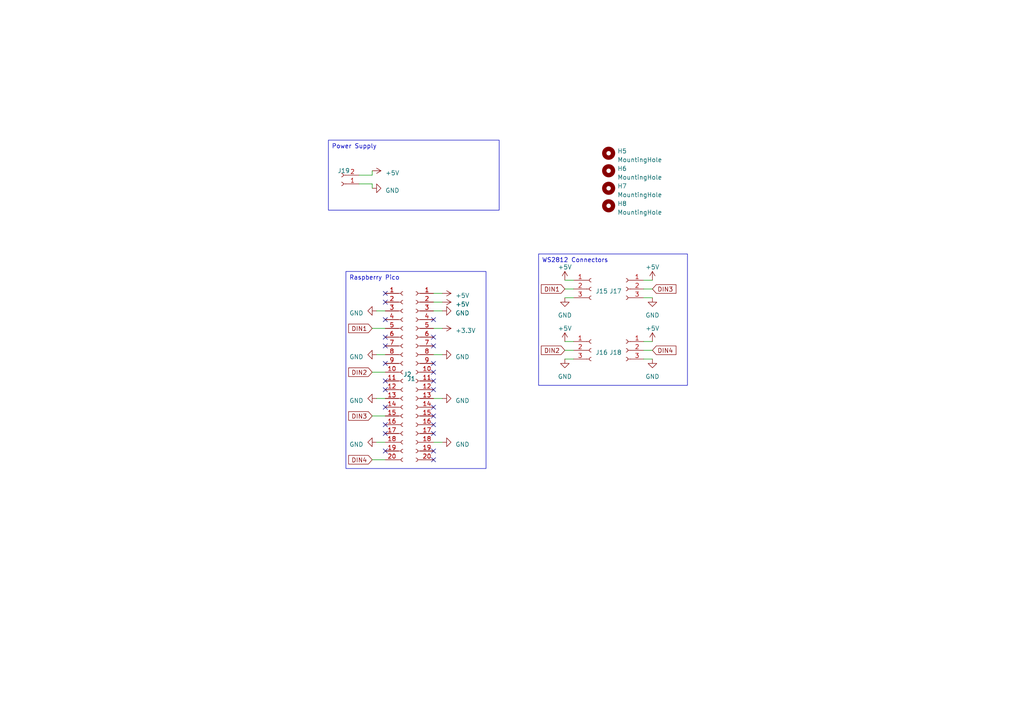
<source format=kicad_sch>
(kicad_sch (version 20230121) (generator eeschema)
  (paper "A4")
  (title_block (title "LEDs Shield") (date "2023-11-06") (rev "0") (company "elif"))
  (lib_symbols
    (symbol "Connector:Conn_01x02_Socket" (pin_names (offset 1.016) hide)
      (property "Reference" "J" (at 0 2.54 0))
      (property "Value" "Conn_01x02_Socket" (at 0 -5.08 0))
      (symbol "Conn_01x02_Socket_1_1"
        (arc (start 0 -2.032) (mid -0.5058 -2.54) (end 0 -3.048) (stroke (width 0.1524)))
        (polyline (pts (xy -1.27 -2.54) (xy -0.508 -2.54)) (stroke (width 0.1524)))
        (polyline (pts (xy -1.27 0) (xy -0.508 0)) (stroke (width 0.1524)))
        (arc (start 0 0.508) (mid -0.5058 0) (end 0 -0.508) (stroke (width 0.1524)))
        (pin passive line (at -5.08 0 0) (length 3.81) (name "Pin_1") (number "1"))
        (pin passive line (at -5.08 -2.54 0) (length 3.81) (name "Pin_2") (number "2"))
      )
    )
    (symbol "Connector:Conn_01x03_Socket" (pin_names (offset 1.016) hide)
      (property "Reference" "J" (at 0 5.08 0))
      (property "Value" "Conn_01x03_Socket" (at 0 -5.08 0))
      (symbol "Conn_01x03_Socket_1_1"
        (arc (start 0 -2.032) (mid -0.5058 -2.54) (end 0 -3.048) (stroke (width 0.1524)))
        (polyline (pts (xy -1.27 -2.54) (xy -0.508 -2.54)) (stroke (width 0.1524)))
        (polyline (pts (xy -1.27 0) (xy -0.508 0)) (stroke (width 0.1524)))
        (polyline (pts (xy -1.27 2.54) (xy -0.508 2.54)) (stroke (width 0.1524)))
        (arc (start 0 0.508) (mid -0.5058 0) (end 0 -0.508) (stroke (width 0.1524)))
        (arc (start 0 3.048) (mid -0.5058 2.54) (end 0 2.032) (stroke (width 0.1524)))
        (pin passive line (at -5.08 2.54 0) (length 3.81) (name "Pin_1") (number "1"))
        (pin passive line (at -5.08 0 0) (length 3.81) (name "Pin_2") (number "2"))
        (pin passive line (at -5.08 -2.54 0) (length 3.81) (name "Pin_3") (number "3"))
      )
    )
    (symbol "Connector:Conn_01x20_Socket" (pin_names (offset 1.016) hide)
      (property "Reference" "J" (at 0 25.4 0))
      (property "Value" "Conn_01x20_Socket" (at 0 -27.94 0))
      (symbol "Conn_01x20_Socket_1_1"
        (arc (start 0 -24.892) (mid -0.5058 -25.4) (end 0 -25.908) (stroke (width 0.1524)))
        (arc (start 0 -22.352) (mid -0.5058 -22.86) (end 0 -23.368) (stroke (width 0.1524)))
        (arc (start 0 -19.812) (mid -0.5058 -20.32) (end 0 -20.828) (stroke (width 0.1524)))
        (arc (start 0 -17.272) (mid -0.5058 -17.78) (end 0 -18.288) (stroke (width 0.1524)))
        (arc (start 0 -14.732) (mid -0.5058 -15.24) (end 0 -15.748) (stroke (width 0.1524)))
        (arc (start 0 -12.192) (mid -0.5058 -12.7) (end 0 -13.208) (stroke (width 0.1524)))
        (arc (start 0 -9.652) (mid -0.5058 -10.16) (end 0 -10.668) (stroke (width 0.1524)))
        (arc (start 0 -7.112) (mid -0.5058 -7.62) (end 0 -8.128) (stroke (width 0.1524)))
        (arc (start 0 -4.572) (mid -0.5058 -5.08) (end 0 -5.588) (stroke (width 0.1524)))
        (arc (start 0 -2.032) (mid -0.5058 -2.54) (end 0 -3.048) (stroke (width 0.1524)))
        (polyline (pts (xy -1.27 -25.4) (xy -0.508 -25.4)) (stroke (width 0.1524)))
        (polyline (pts (xy -1.27 -22.86) (xy -0.508 -22.86)) (stroke (width 0.1524)))
        (polyline (pts (xy -1.27 -20.32) (xy -0.508 -20.32)) (stroke (width 0.1524)))
        (polyline (pts (xy -1.27 -17.78) (xy -0.508 -17.78)) (stroke (width 0.1524)))
        (polyline (pts (xy -1.27 -15.24) (xy -0.508 -15.24)) (stroke (width 0.1524)))
        (polyline (pts (xy -1.27 -12.7) (xy -0.508 -12.7)) (stroke (width 0.1524)))
        (polyline (pts (xy -1.27 -10.16) (xy -0.508 -10.16)) (stroke (width 0.1524)))
        (polyline (pts (xy -1.27 -7.62) (xy -0.508 -7.62)) (stroke (width 0.1524)))
        (polyline (pts (xy -1.27 -5.08) (xy -0.508 -5.08)) (stroke (width 0.1524)))
        (polyline (pts (xy -1.27 -2.54) (xy -0.508 -2.54)) (stroke (width 0.1524)))
        (polyline (pts (xy -1.27 0) (xy -0.508 0)) (stroke (width 0.1524)))
        (polyline (pts (xy -1.27 2.54) (xy -0.508 2.54)) (stroke (width 0.1524)))
        (polyline (pts (xy -1.27 5.08) (xy -0.508 5.08)) (stroke (width 0.1524)))
        (polyline (pts (xy -1.27 7.62) (xy -0.508 7.62)) (stroke (width 0.1524)))
        (polyline (pts (xy -1.27 10.16) (xy -0.508 10.16)) (stroke (width 0.1524)))
        (polyline (pts (xy -1.27 12.7) (xy -0.508 12.7)) (stroke (width 0.1524)))
        (polyline (pts (xy -1.27 15.24) (xy -0.508 15.24)) (stroke (width 0.1524)))
        (polyline (pts (xy -1.27 17.78) (xy -0.508 17.78)) (stroke (width 0.1524)))
        (polyline (pts (xy -1.27 20.32) (xy -0.508 20.32)) (stroke (width 0.1524)))
        (polyline (pts (xy -1.27 22.86) (xy -0.508 22.86)) (stroke (width 0.1524)))
        (arc (start 0 0.508) (mid -0.5058 0) (end 0 -0.508) (stroke (width 0.1524)))
        (arc (start 0 3.048) (mid -0.5058 2.54) (end 0 2.032) (stroke (width 0.1524)))
        (arc (start 0 5.588) (mid -0.5058 5.08) (end 0 4.572) (stroke (width 0.1524)))
        (arc (start 0 8.128) (mid -0.5058 7.62) (end 0 7.112) (stroke (width 0.1524)))
        (arc (start 0 10.668) (mid -0.5058 10.16) (end 0 9.652) (stroke (width 0.1524)))
        (arc (start 0 13.208) (mid -0.5058 12.7) (end 0 12.192) (stroke (width 0.1524)))
        (arc (start 0 15.748) (mid -0.5058 15.24) (end 0 14.732) (stroke (width 0.1524)))
        (arc (start 0 18.288) (mid -0.5058 17.78) (end 0 17.272) (stroke (width 0.1524)))
        (arc (start 0 20.828) (mid -0.5058 20.32) (end 0 19.812) (stroke (width 0.1524)))
        (arc (start 0 23.368) (mid -0.5058 22.86) (end 0 22.352) (stroke (width 0.1524)))
        (pin passive line (at -5.08 22.86 0) (length 3.81) (name "Pin_1") (number "1"))
        (pin passive line (at -5.08 0 0) (length 3.81) (name "Pin_10") (number "10"))
        (pin passive line (at -5.08 -2.54 0) (length 3.81) (name "Pin_11") (number "11"))
        (pin passive line (at -5.08 -5.08 0) (length 3.81) (name "Pin_12") (number "12"))
        (pin passive line (at -5.08 -7.62 0) (length 3.81) (name "Pin_13") (number "13"))
        (pin passive line (at -5.08 -10.16 0) (length 3.81) (name "Pin_14") (number "14"))
        (pin passive line (at -5.08 -12.7 0) (length 3.81) (name "Pin_15") (number "15"))
        (pin passive line (at -5.08 -15.24 0) (length 3.81) (name "Pin_16") (number "16"))
        (pin passive line (at -5.08 -17.78 0) (length 3.81) (name "Pin_17") (number "17"))
        (pin passive line (at -5.08 -20.32 0) (length 3.81) (name "Pin_18") (number "18"))
        (pin passive line (at -5.08 -22.86 0) (length 3.81) (name "Pin_19") (number "19"))
        (pin passive line (at -5.08 20.32 0) (length 3.81) (name "Pin_2") (number "2"))
        (pin passive line (at -5.08 -25.4 0) (length 3.81) (name "Pin_20") (number "20"))
        (pin passive line (at -5.08 17.78 0) (length 3.81) (name "Pin_3") (number "3"))
        (pin passive line (at -5.08 15.24 0) (length 3.81) (name "Pin_4") (number "4"))
        (pin passive line (at -5.08 12.7 0) (length 3.81) (name "Pin_5") (number "5"))
        (pin passive line (at -5.08 10.16 0) (length 3.81) (name "Pin_6") (number "6"))
        (pin passive line (at -5.08 7.62 0) (length 3.81) (name "Pin_7") (number "7"))
        (pin passive line (at -5.08 5.08 0) (length 3.81) (name "Pin_8") (number "8"))
        (pin passive line (at -5.08 2.54 0) (length 3.81) (name "Pin_9") (number "9"))
      )
    )
    (symbol "Mechanical:MountingHole" (pin_names (offset 1.016))
      (property "Reference" "H" (at 0 5.08 0))
      (property "Value" "MountingHole" (at 0 3.175 0))
      (symbol "MountingHole_0_1"
        (circle (center 0 0) (radius 1.27) (stroke (width 1.27)))
      )
    )
    (symbol "power:+3.3V" (power) (pin_names (offset 0))
      (property "Value" "+3.3V" (at 0 3.556 0))
      (symbol "+3.3V_0_1"
        (polyline (pts (xy -0.762 1.27) (xy 0 2.54)))
        (polyline (pts (xy 0 0) (xy 0 2.54)))
        (polyline (pts (xy 0 2.54) (xy 0.762 1.27)))
      )
      (symbol "+3.3V_1_1"
        (pin power_in line (at 0 0 90) (length 0) hide (name "+3.3V") (number "1"))
      )
    )
    (symbol "power:+5V" (power) (pin_names (offset 0))
      (property "Value" "+5V" (at 0 3.556 0))
      (symbol "+5V_0_1"
        (polyline (pts (xy -0.762 1.27) (xy 0 2.54)))
        (polyline (pts (xy 0 0) (xy 0 2.54)))
        (polyline (pts (xy 0 2.54) (xy 0.762 1.27)))
      )
      (symbol "+5V_1_1"
        (pin power_in line (at 0 0 90) (length 0) hide (name "+5V") (number "1"))
      )
    )
    (symbol "power:GND" (power) (pin_names (offset 0))
      (property "Value" "GND" (at 0 -3.81 0))
      (symbol "GND_0_1"
        (polyline (pts (xy 0 0) (xy 0 -1.27) (xy 1.27 -1.27) (xy 0 -2.54) (xy -1.27 -1.27) (xy 0 -1.27)))
      )
      (symbol "GND_1_1"
        (pin power_in line (at 0 0 270) (length 0) hide (name "GND") (number "1"))
      )
    )
  )
  (no_connect (at 125.73 100.33))
  (no_connect (at 111.76 123.19))
  (no_connect (at 111.76 105.41))
  (no_connect (at 125.73 120.65))
  (no_connect (at 111.76 97.79))
  (no_connect (at 125.73 113.03))
  (no_connect (at 111.76 85.09))
  (no_connect (at 111.76 125.73))
  (no_connect (at 111.76 118.11))
  (no_connect (at 111.76 87.63))
  (no_connect (at 125.73 133.35))
  (no_connect (at 125.73 123.19))
  (no_connect (at 125.73 92.71))
  (no_connect (at 111.76 110.49))
  (no_connect (at 111.76 130.81))
  (no_connect (at 125.73 97.79))
  (no_connect (at 111.76 100.33))
  (no_connect (at 125.73 130.81))
  (no_connect (at 111.76 113.03))
  (no_connect (at 125.73 110.49))
  (no_connect (at 125.73 118.11))
  (no_connect (at 125.73 105.41))
  (no_connect (at 125.73 107.95))
  (no_connect (at 111.76 92.71))
  (no_connect (at 125.73 125.73))
  (wire (pts (xy 125.73 95.25) (xy 128.27 95.25)))
  (wire (pts (xy 163.83 101.6) (xy 166.37 101.6)))
  (wire (pts (xy 125.73 102.87) (xy 128.27 102.87)))
  (wire (pts (xy 109.22 90.17) (xy 111.76 90.17)))
  (wire (pts (xy 107.95 95.25) (xy 111.76 95.25)))
  (wire (pts (xy 163.83 86.36) (xy 166.37 86.36)))
  (wire (pts (xy 189.23 81.28) (xy 186.69 81.28)))
  (wire (pts (xy 107.95 133.35) (xy 111.76 133.35)))
  (wire (pts (xy 189.23 101.6) (xy 186.69 101.6)))
  (wire (pts (xy 189.23 99.06) (xy 186.69 99.06)))
  (wire (pts (xy 189.23 104.14) (xy 186.69 104.14)))
  (wire (pts (xy 163.83 99.06) (xy 166.37 99.06)))
  (wire (pts (xy 104.14 53.34) (xy 107.95 53.34)))
  (wire (pts (xy 189.23 83.82) (xy 186.69 83.82)))
  (wire (pts (xy 109.22 115.57) (xy 111.76 115.57)))
  (wire (pts (xy 163.83 104.14) (xy 166.37 104.14)))
  (wire (pts (xy 125.73 87.63) (xy 128.27 87.63)))
  (wire (pts (xy 107.95 53.34) (xy 107.95 54.61)))
  (wire (pts (xy 125.73 115.57) (xy 128.27 115.57)))
  (wire (pts (xy 125.73 128.27) (xy 128.27 128.27)))
  (wire (pts (xy 104.14 50.8) (xy 107.95 50.8)))
  (wire (pts (xy 109.22 102.87) (xy 111.76 102.87)))
  (wire (pts (xy 107.95 120.65) (xy 111.76 120.65)))
  (wire (pts (xy 107.95 50.8) (xy 107.95 49.53)))
  (wire (pts (xy 163.83 81.28) (xy 166.37 81.28)))
  (wire (pts (xy 163.83 83.82) (xy 166.37 83.82)))
  (wire (pts (xy 189.23 86.36) (xy 186.69 86.36)))
  (wire (pts (xy 125.73 85.09) (xy 128.27 85.09)))
  (wire (pts (xy 107.95 107.95) (xy 111.76 107.95)))
  (wire (pts (xy 125.73 90.17) (xy 128.27 90.17)))
  (wire (pts (xy 109.22 128.27) (xy 111.76 128.27)))
  (text_box "WS2812 Connectors" (at 156.21 73.66 0) (size 43.18 38.1) (effects (font (size 1.27 1.27)) (justify left top)))
  (text_box "Raspberry Pico" (at 100.33 78.74 0) (size 40.64 57.15) (effects (font (size 1.27 1.27)) (justify left top)))
  (text_box "Power Supply" (at 95.25 40.64 0) (size 49.53 20.32) (effects (font (size 1.27 1.27)) (justify left top)))
  (global_label "DIN2" (shape input) (at 163.83 101.6 180) (property "Intersheetrefs" "${INTERSHEET_REFS}" (effects hide)))
  (global_label "DIN4" (shape input) (at 189.23 101.6 0) (property "Intersheetrefs" "${INTERSHEET_REFS}" (effects hide)))
  (global_label "DIN2" (shape input) (at 107.95 107.95 180) (property "Intersheetrefs" "${INTERSHEET_REFS}" (effects hide)))
  (global_label "DIN1" (shape input) (at 163.83 83.82 180) (property "Intersheetrefs" "${INTERSHEET_REFS}" (effects hide)))
  (global_label "DIN3" (shape input) (at 107.95 120.65 180) (property "Intersheetrefs" "${INTERSHEET_REFS}" (effects hide)))
  (global_label "DIN1" (shape input) (at 107.95 95.25 180) (property "Intersheetrefs" "${INTERSHEET_REFS}" (effects hide)))
  (global_label "DIN4" (shape input) (at 107.95 133.35 180) (property "Intersheetrefs" "${INTERSHEET_REFS}" (effects hide)))
  (global_label "DIN3" (shape input) (at 189.23 83.82 0) (property "Intersheetrefs" "${INTERSHEET_REFS}" (effects hide)))
  (symbol (lib_id "power:GND") (at 109.22 115.57 270) (unit 1)
    (property "Reference" "#PWR023" (effects hide))
    (property "Value" "GND" (at 105.41 116.205 90) (effects (justify right)))
    (instances (project "mhk" (path "" (reference "#PWR023") (unit 1)) (path "" (reference "#PWR032") (unit 1)) (path "" (reference "#PWR074") (unit 1))))
  )
  (symbol (lib_id "power:GND") (at 189.23 86.36 0) (mirror y) (unit 1)
    (property "Reference" "#PWR069" (effects hide))
    (property "Value" "GND" (at 189.23 91.44 0))
  )
  (symbol (lib_id "power:+5V") (at 128.27 87.63 270) (unit 1)
    (property "Reference" "#PWR081" (effects hide))
    (property "Value" "+5V" (at 132.08 88.265 90) (effects (justify left)))
  )
  (symbol (lib_id "power:+3.3V") (at 128.27 95.25 270) (unit 1)
    (property "Reference" "#PWR082" (effects hide))
    (property "Value" "+3.3V" (at 132.08 95.885 90) (effects (justify left)))
  )
  (symbol (lib_id "Connector:Conn_01x03_Socket") (at 181.61 101.6 0) (mirror y) (unit 1)
    (property "Reference" "J18" (at 180.34 102.235 0) (effects (justify left)))
    (property "Value" "Conn_01x03_Socket" (effects hide))
    (property "Footprint" "Connector_JST:JST_XH_S3B-XH-A_1x03_P2.50mm_Horizontal" (effects hide))
  )
  (symbol (lib_id "Mechanical:MountingHole") (at 176.53 49.53 0) (unit 1)
    (property "Reference" "H6" (at 179.07 48.895 0) (effects (justify left)))
    (property "Value" "MountingHole" (at 179.07 51.435 0) (effects (justify left)))
    (property "Footprint" "MountingHole:MountingHole_3.2mm_M3" (effects hide))
  )
  (symbol (lib_id "power:+5V") (at 107.95 49.53 270) (unit 1)
    (property "Reference" "#PWR030" (effects hide))
    (property "Value" "+5V" (at 111.76 50.165 90) (effects (justify left)))
    (instances (project "mhk" (path "" (reference "#PWR030") (unit 1)) (path "" (reference "#PWR047") (unit 1)) (path "" (reference "#PWR031") (unit 1))))
  )
  (symbol (lib_id "power:GND") (at 128.27 115.57 90) (unit 1)
    (property "Reference" "#PWR023" (effects hide))
    (property "Value" "GND" (at 132.08 116.205 90) (effects (justify right)))
    (instances (project "mhk" (path "" (reference "#PWR023") (unit 1)) (path "" (reference "#PWR032") (unit 1)) (path "" (reference "#PWR077") (unit 1))))
  )
  (symbol (lib_id "power:+5V") (at 189.23 99.06 0) (mirror y) (unit 1)
    (property "Reference" "#PWR070" (effects hide))
    (property "Value" "+5V" (at 189.23 95.25 0))
  )
  (symbol (lib_id "power:GND") (at 107.95 54.61 90) (unit 1)
    (property "Reference" "#PWR04" (effects hide))
    (property "Value" "GND" (at 111.76 55.245 90) (effects (justify right)))
    (instances (project "mhk" (path "" (reference "#PWR04") (unit 1)) (path "" (reference "#PWR048") (unit 1)) (path "" (reference "#PWR063") (unit 1))))
  )
  (symbol (lib_id "power:GND") (at 128.27 90.17 90) (unit 1)
    (property "Reference" "#PWR023" (effects hide))
    (property "Value" "GND" (at 132.08 90.805 90) (effects (justify right)))
    (instances (project "mhk" (path "" (reference "#PWR023") (unit 1)) (path "" (reference "#PWR032") (unit 1)) (path "" (reference "#PWR079") (unit 1))))
  )
  (symbol (lib_id "Mechanical:MountingHole") (at 176.53 44.45 0) (unit 1)
    (property "Reference" "H5" (at 179.07 43.815 0) (effects (justify left)))
    (property "Value" "MountingHole" (at 179.07 46.355 0) (effects (justify left)))
    (property "Footprint" "MountingHole:MountingHole_3.2mm_M3" (effects hide))
  )
  (symbol (lib_id "Connector:Conn_01x03_Socket") (at 181.61 83.82 0) (mirror y) (unit 1)
    (property "Reference" "J17" (at 180.34 84.455 0) (effects (justify left)))
    (property "Value" "Conn_01x03_Socket" (effects hide))
    (property "Footprint" "Connector_JST:JST_XH_S3B-XH-A_1x03_P2.50mm_Horizontal" (effects hide))
  )
  (symbol (lib_id "power:GND") (at 109.22 128.27 270) (unit 1)
    (property "Reference" "#PWR023" (effects hide))
    (property "Value" "GND" (at 105.41 128.905 90) (effects (justify right)))
    (instances (project "mhk" (path "" (reference "#PWR023") (unit 1)) (path "" (reference "#PWR032") (unit 1)) (path "" (reference "#PWR075") (unit 1))))
  )
  (symbol (lib_id "Mechanical:MountingHole") (at 176.53 54.61 0) (unit 1)
    (property "Reference" "H7" (at 179.07 53.975 0) (effects (justify left)))
    (property "Value" "MountingHole" (at 179.07 56.515 0) (effects (justify left)))
    (property "Footprint" "MountingHole:MountingHole_3.2mm_M3" (effects hide))
  )
  (symbol (lib_id "Connector:Conn_01x03_Socket") (at 171.45 101.6 0) (unit 1)
    (property "Reference" "J16" (at 172.72 102.235 0) (effects (justify left)))
    (property "Value" "Conn_01x03_Socket" (effects hide))
    (property "Footprint" "Connector_JST:JST_XH_S3B-XH-A_1x03_P2.50mm_Horizontal" (effects hide))
  )
  (symbol (lib_id "power:GND") (at 128.27 128.27 90) (unit 1)
    (property "Reference" "#PWR023" (effects hide))
    (property "Value" "GND" (at 132.08 128.905 90) (effects (justify right)))
    (instances (project "mhk" (path "" (reference "#PWR023") (unit 1)) (path "" (reference "#PWR032") (unit 1)) (path "" (reference "#PWR076") (unit 1))))
  )
  (symbol (lib_id "power:GND") (at 163.83 86.36 0) (unit 1)
    (property "Reference" "#PWR064" (effects hide))
    (property "Value" "GND" (at 163.83 91.44 0))
  )
  (symbol (lib_id "power:+5V") (at 128.27 85.09 270) (unit 1)
    (property "Reference" "#PWR080" (effects hide))
    (property "Value" "+5V" (at 132.08 85.725 90) (effects (justify left)))
  )
  (symbol (lib_id "Connector:Conn_01x20_Socket") (at 120.65 107.95 0) (mirror y) (unit 1)
    (property "Reference" "J2" (at 119.38 108.585 0) (effects (justify left)))
    (property "Value" "Conn_01x20_Socket" (effects hide))
    (property "Footprint" "Connector_PinHeader_2.54mm:PinHeader_1x20_P2.54mm_Vertical" (effects hide))
    (instances (project "mhk" (path "" (reference "J2") (unit 1)) (path "" (reference "J26") (unit 1)) (path "" (reference "J13") (unit 1))))
  )
  (symbol (lib_id "power:GND") (at 163.83 104.14 0) (unit 1)
    (property "Reference" "#PWR067" (effects hide))
    (property "Value" "GND" (at 163.83 109.22 0))
  )
  (symbol (lib_id "power:GND") (at 189.23 104.14 0) (mirror y) (unit 1)
    (property "Reference" "#PWR071" (effects hide))
    (property "Value" "GND" (at 189.23 109.22 0))
  )
  (symbol (lib_id "power:+5V") (at 189.23 81.28 0) (mirror y) (unit 1)
    (property "Reference" "#PWR068" (effects hide))
    (property "Value" "+5V" (at 189.23 77.47 0))
  )
  (symbol (lib_id "power:GND") (at 109.22 102.87 270) (unit 1)
    (property "Reference" "#PWR023" (effects hide))
    (property "Value" "GND" (at 105.41 103.505 90) (effects (justify right)))
    (instances (project "mhk" (path "" (reference "#PWR023") (unit 1)) (path "" (reference "#PWR032") (unit 1)) (path "" (reference "#PWR073") (unit 1))))
  )
  (symbol (lib_id "Mechanical:MountingHole") (at 176.53 59.69 0) (unit 1)
    (property "Reference" "H8" (at 179.07 59.055 0) (effects (justify left)))
    (property "Value" "MountingHole" (at 179.07 61.595 0) (effects (justify left)))
    (property "Footprint" "MountingHole:MountingHole_3.2mm_M3" (effects hide))
  )
  (symbol (lib_id "power:+5V") (at 163.83 81.28 0) (unit 1)
    (property "Reference" "#PWR065" (effects hide))
    (property "Value" "+5V" (at 163.83 77.47 0))
  )
  (symbol (lib_id "power:GND") (at 128.27 102.87 90) (unit 1)
    (property "Reference" "#PWR023" (effects hide))
    (property "Value" "GND" (at 132.08 103.505 90) (effects (justify right)))
    (instances (project "mhk" (path "" (reference "#PWR023") (unit 1)) (path "" (reference "#PWR032") (unit 1)) (path "" (reference "#PWR078") (unit 1))))
  )
  (symbol (lib_id "Connector:Conn_01x02_Socket") (at 99.06 53.34 180) (unit 1)
    (property "Reference" "J19" (at 99.695 49.53 0))
    (property "Value" "Conn_01x02_Socket" (effects hide))
    (property "Footprint" "Connector_Phoenix_MSTB:PhoenixContact_MSTBA_2,5_2-G-5,08_1x02_P5.08mm_Horizontal" (effects hide))
    (instances (project "mhk" (path "" (reference "J19") (unit 1)) (path "" (reference "J20") (unit 1)) (path "" (reference "J14") (unit 1))))
  )
  (symbol (lib_id "Connector:Conn_01x20_Socket") (at 116.84 107.95 0) (unit 1)
    (property "Reference" "J1" (at 118.11 109.855 0) (effects (justify left)))
    (property "Value" "Conn_01x20_Socket" (effects hide))
    (property "Footprint" "Connector_PinHeader_2.54mm:PinHeader_1x20_P2.54mm_Vertical" (effects hide))
    (instances (project "mhk" (path "" (reference "J1") (unit 1)) (path "" (reference "J21") (unit 1)) (path "" (reference "J12") (unit 1))))
  )
  (symbol (lib_id "Connector:Conn_01x03_Socket") (at 171.45 83.82 0) (unit 1)
    (property "Reference" "J15" (at 172.72 84.455 0) (effects (justify left)))
    (property "Value" "Conn_01x03_Socket" (effects hide))
    (property "Footprint" "Connector_JST:JST_XH_S3B-XH-A_1x03_P2.50mm_Horizontal" (effects hide))
  )
  (symbol (lib_id "power:GND") (at 109.22 90.17 270) (unit 1)
    (property "Reference" "#PWR023" (effects hide))
    (property "Value" "GND" (at 105.41 90.805 90) (effects (justify right)))
    (instances (project "mhk" (path "" (reference "#PWR023") (unit 1)) (path "" (reference "#PWR032") (unit 1)) (path "" (reference "#PWR072") (unit 1))))
  )
  (symbol (lib_id "power:+5V") (at 163.83 99.06 0) (unit 1)
    (property "Reference" "#PWR066" (effects hide))
    (property "Value" "+5V" (at 163.83 95.25 0))
  )
)
</source>
